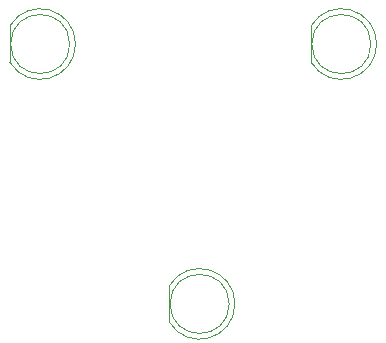
<source format=gbr>
%TF.GenerationSoftware,KiCad,Pcbnew,5.1.9*%
%TF.CreationDate,2021-04-20T19:45:11+02:00*%
%TF.ProjectId,ICanSolder,4943616e-536f-46c6-9465-722e6b696361,rev?*%
%TF.SameCoordinates,Original*%
%TF.FileFunction,Legend,Top*%
%TF.FilePolarity,Positive*%
%FSLAX46Y46*%
G04 Gerber Fmt 4.6, Leading zero omitted, Abs format (unit mm)*
G04 Created by KiCad (PCBNEW 5.1.9) date 2021-04-20 19:45:11*
%MOMM*%
%LPD*%
G01*
G04 APERTURE LIST*
%ADD10C,0.120000*%
G04 APERTURE END LIST*
D10*
%TO.C,D1*%
X165210000Y-106455000D02*
X165210000Y-109545000D01*
X170270000Y-108000000D02*
G75*
G03*
X170270000Y-108000000I-2500000J0D01*
G01*
X170760000Y-107999538D02*
G75*
G02*
X165210000Y-109544830I-2990000J-462D01*
G01*
X170760000Y-108000462D02*
G75*
G03*
X165210000Y-106455170I-2990000J462D01*
G01*
%TO.C,D3*%
X190710000Y-106455000D02*
X190710000Y-109545000D01*
X195770000Y-108000000D02*
G75*
G03*
X195770000Y-108000000I-2500000J0D01*
G01*
X196260000Y-107999538D02*
G75*
G02*
X190710000Y-109544830I-2990000J-462D01*
G01*
X196260000Y-108000462D02*
G75*
G03*
X190710000Y-106455170I-2990000J462D01*
G01*
%TO.C,D2*%
X178710000Y-128455000D02*
X178710000Y-131545000D01*
X183770000Y-130000000D02*
G75*
G03*
X183770000Y-130000000I-2500000J0D01*
G01*
X184260000Y-129999538D02*
G75*
G02*
X178710000Y-131544830I-2990000J-462D01*
G01*
X184260000Y-130000462D02*
G75*
G03*
X178710000Y-128455170I-2990000J462D01*
G01*
%TD*%
M02*

</source>
